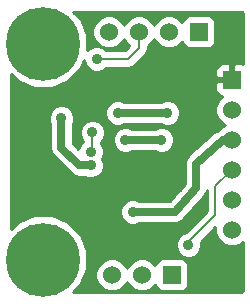
<source format=gbl>
G04 (created by PCBNEW-RS274X (2011-05-25)-stable) date Fri 14 Sep 2012 10:37:43 PM EDT*
G01*
G70*
G90*
%MOIN*%
G04 Gerber Fmt 3.4, Leading zero omitted, Abs format*
%FSLAX34Y34*%
G04 APERTURE LIST*
%ADD10C,0.006000*%
%ADD11C,0.246100*%
%ADD12R,0.060000X0.060000*%
%ADD13C,0.060000*%
%ADD14C,0.035000*%
%ADD15C,0.025000*%
%ADD16C,0.008000*%
%ADD17C,0.010000*%
G04 APERTURE END LIST*
G54D10*
G54D11*
X59900Y-36500D03*
X59900Y-43700D03*
G54D12*
X64200Y-44200D03*
G54D13*
X63200Y-44200D03*
X62200Y-44200D03*
G54D12*
X65100Y-36100D03*
G54D13*
X64100Y-36100D03*
X63100Y-36100D03*
X62100Y-36100D03*
G54D12*
X66200Y-37700D03*
G54D13*
X66200Y-38700D03*
X66200Y-39700D03*
X66200Y-40700D03*
X66200Y-41700D03*
X66200Y-42700D03*
G54D14*
X63850Y-39700D03*
X62650Y-39700D03*
X60520Y-38980D03*
X61500Y-40550D03*
X64050Y-38800D03*
X62400Y-38800D03*
X61500Y-40100D03*
X61550Y-39450D03*
X61700Y-37000D03*
X64750Y-43200D03*
X62900Y-42100D03*
X64050Y-37000D03*
X59700Y-40700D03*
X59450Y-39300D03*
X66000Y-43650D03*
X62700Y-40300D03*
X64400Y-41300D03*
X61500Y-42200D03*
G54D15*
X62650Y-39700D02*
X63850Y-39700D01*
X60520Y-38980D02*
X60520Y-39970D01*
X60520Y-39970D02*
X61100Y-40550D01*
X61100Y-40550D02*
X61500Y-40550D01*
X61500Y-40550D02*
X61100Y-40550D01*
X62400Y-38800D02*
X64050Y-38800D01*
G54D16*
X61550Y-40050D02*
X61550Y-39450D01*
X61500Y-40100D02*
X61550Y-40050D01*
X63100Y-36650D02*
X63100Y-36100D01*
X61700Y-37000D02*
X62750Y-37000D01*
X62750Y-37000D02*
X63100Y-36650D01*
X64750Y-43200D02*
X64750Y-43100D01*
X65650Y-41250D02*
X66200Y-40700D01*
X65650Y-42200D02*
X65650Y-41250D01*
X64750Y-43100D02*
X65650Y-42200D01*
G54D15*
X66200Y-39700D02*
X65900Y-39700D01*
X62900Y-42100D02*
X64300Y-42100D01*
X65000Y-41300D02*
X64300Y-42100D01*
X65000Y-40500D02*
X65000Y-41300D01*
X65900Y-39700D02*
X65000Y-40500D01*
G54D10*
G36*
X66575Y-44668D02*
X66563Y-44727D01*
X66549Y-44748D01*
X66526Y-44763D01*
X66467Y-44775D01*
X64749Y-44775D01*
X64749Y-44550D01*
X64749Y-44451D01*
X64749Y-43851D01*
X64711Y-43759D01*
X64641Y-43689D01*
X64550Y-43651D01*
X64451Y-43651D01*
X63851Y-43651D01*
X63759Y-43689D01*
X63689Y-43759D01*
X63651Y-43850D01*
X63651Y-43875D01*
X63511Y-43735D01*
X63309Y-43651D01*
X63091Y-43651D01*
X62889Y-43735D01*
X62735Y-43889D01*
X62700Y-43973D01*
X62665Y-43889D01*
X62511Y-43735D01*
X62309Y-43651D01*
X62091Y-43651D01*
X61975Y-43699D01*
X61975Y-39535D01*
X61975Y-39366D01*
X61911Y-39210D01*
X61791Y-39090D01*
X61635Y-39025D01*
X61466Y-39025D01*
X61310Y-39089D01*
X61190Y-39209D01*
X61125Y-39365D01*
X61125Y-39534D01*
X61189Y-39690D01*
X61249Y-39750D01*
X61140Y-39859D01*
X61080Y-40000D01*
X60895Y-39815D01*
X60895Y-39185D01*
X60945Y-39065D01*
X60945Y-38896D01*
X60881Y-38740D01*
X60761Y-38620D01*
X60605Y-38555D01*
X60436Y-38555D01*
X60280Y-38619D01*
X60160Y-38739D01*
X60095Y-38895D01*
X60095Y-39064D01*
X60145Y-39185D01*
X60145Y-39970D01*
X60174Y-40114D01*
X60255Y-40235D01*
X60835Y-40815D01*
X60956Y-40896D01*
X60957Y-40896D01*
X61100Y-40925D01*
X61295Y-40925D01*
X61415Y-40975D01*
X61584Y-40975D01*
X61740Y-40911D01*
X61860Y-40791D01*
X61925Y-40635D01*
X61925Y-40466D01*
X61866Y-40324D01*
X61925Y-40185D01*
X61925Y-40016D01*
X61861Y-39860D01*
X61840Y-39839D01*
X61840Y-39761D01*
X61910Y-39691D01*
X61975Y-39535D01*
X61975Y-43699D01*
X61889Y-43735D01*
X61735Y-43889D01*
X61651Y-44091D01*
X61651Y-44309D01*
X61735Y-44511D01*
X61889Y-44665D01*
X62091Y-44749D01*
X62309Y-44749D01*
X62511Y-44665D01*
X62665Y-44511D01*
X62700Y-44426D01*
X62735Y-44511D01*
X62889Y-44665D01*
X63091Y-44749D01*
X63309Y-44749D01*
X63511Y-44665D01*
X63651Y-44525D01*
X63651Y-44549D01*
X63689Y-44641D01*
X63759Y-44711D01*
X63850Y-44749D01*
X63949Y-44749D01*
X64549Y-44749D01*
X64641Y-44711D01*
X64711Y-44641D01*
X64749Y-44550D01*
X64749Y-44775D01*
X60916Y-44775D01*
X61153Y-44539D01*
X61379Y-43995D01*
X61379Y-43407D01*
X61154Y-42863D01*
X60739Y-42447D01*
X60195Y-42221D01*
X59607Y-42221D01*
X59063Y-42446D01*
X58825Y-42683D01*
X58825Y-37516D01*
X59061Y-37753D01*
X59605Y-37979D01*
X60193Y-37979D01*
X60737Y-37754D01*
X61153Y-37339D01*
X61275Y-37045D01*
X61275Y-37084D01*
X61339Y-37240D01*
X61459Y-37360D01*
X61615Y-37425D01*
X61784Y-37425D01*
X61940Y-37361D01*
X62011Y-37290D01*
X62750Y-37290D01*
X62861Y-37268D01*
X62955Y-37205D01*
X63304Y-36856D01*
X63304Y-36855D01*
X63305Y-36855D01*
X63367Y-36762D01*
X63368Y-36761D01*
X63389Y-36651D01*
X63390Y-36650D01*
X63390Y-36573D01*
X63411Y-36565D01*
X63565Y-36411D01*
X63600Y-36326D01*
X63635Y-36411D01*
X63789Y-36565D01*
X63991Y-36649D01*
X64209Y-36649D01*
X64411Y-36565D01*
X64551Y-36425D01*
X64551Y-36449D01*
X64589Y-36541D01*
X64659Y-36611D01*
X64750Y-36649D01*
X64849Y-36649D01*
X65449Y-36649D01*
X65541Y-36611D01*
X65611Y-36541D01*
X65649Y-36450D01*
X65649Y-36351D01*
X65649Y-35751D01*
X65611Y-35659D01*
X65541Y-35589D01*
X65450Y-35551D01*
X65351Y-35551D01*
X64751Y-35551D01*
X64659Y-35589D01*
X64589Y-35659D01*
X64551Y-35750D01*
X64551Y-35775D01*
X64411Y-35635D01*
X64209Y-35551D01*
X63991Y-35551D01*
X63789Y-35635D01*
X63635Y-35789D01*
X63600Y-35873D01*
X63565Y-35789D01*
X63411Y-35635D01*
X63209Y-35551D01*
X62991Y-35551D01*
X62789Y-35635D01*
X62635Y-35789D01*
X62600Y-35873D01*
X62565Y-35789D01*
X62411Y-35635D01*
X62209Y-35551D01*
X61991Y-35551D01*
X61789Y-35635D01*
X61635Y-35789D01*
X61551Y-35991D01*
X61551Y-36209D01*
X61635Y-36411D01*
X61789Y-36565D01*
X61991Y-36649D01*
X62209Y-36649D01*
X62411Y-36565D01*
X62565Y-36411D01*
X62600Y-36326D01*
X62635Y-36411D01*
X62782Y-36558D01*
X62630Y-36710D01*
X62011Y-36710D01*
X61941Y-36640D01*
X61785Y-36575D01*
X61616Y-36575D01*
X61460Y-36639D01*
X61379Y-36720D01*
X61379Y-36207D01*
X61154Y-35663D01*
X60916Y-35425D01*
X66467Y-35425D01*
X66526Y-35436D01*
X66549Y-35451D01*
X66563Y-35472D01*
X66575Y-35531D01*
X66575Y-37161D01*
X66550Y-37151D01*
X66451Y-37151D01*
X66312Y-37150D01*
X66250Y-37212D01*
X66250Y-37600D01*
X66250Y-37650D01*
X66250Y-37750D01*
X66150Y-37750D01*
X66150Y-37650D01*
X66150Y-37212D01*
X66088Y-37150D01*
X65949Y-37151D01*
X65850Y-37151D01*
X65759Y-37189D01*
X65689Y-37259D01*
X65651Y-37351D01*
X65650Y-37588D01*
X65712Y-37650D01*
X66150Y-37650D01*
X66150Y-37750D01*
X66100Y-37750D01*
X65712Y-37750D01*
X65650Y-37812D01*
X65651Y-38049D01*
X65689Y-38141D01*
X65759Y-38211D01*
X65850Y-38249D01*
X65875Y-38249D01*
X65735Y-38389D01*
X65651Y-38591D01*
X65651Y-38809D01*
X65735Y-39011D01*
X65889Y-39165D01*
X65973Y-39200D01*
X65889Y-39235D01*
X65778Y-39346D01*
X65768Y-39351D01*
X65756Y-39354D01*
X65700Y-39391D01*
X65651Y-39420D01*
X64751Y-40220D01*
X64744Y-40228D01*
X64735Y-40235D01*
X64696Y-40292D01*
X64663Y-40337D01*
X64660Y-40346D01*
X64654Y-40356D01*
X64640Y-40421D01*
X64626Y-40478D01*
X64627Y-40488D01*
X64625Y-40500D01*
X64625Y-41159D01*
X64475Y-41330D01*
X64475Y-38885D01*
X64475Y-38716D01*
X64411Y-38560D01*
X64291Y-38440D01*
X64135Y-38375D01*
X63966Y-38375D01*
X63844Y-38425D01*
X62605Y-38425D01*
X62485Y-38375D01*
X62316Y-38375D01*
X62160Y-38439D01*
X62040Y-38559D01*
X61975Y-38715D01*
X61975Y-38884D01*
X62039Y-39040D01*
X62159Y-39160D01*
X62315Y-39225D01*
X62484Y-39225D01*
X62605Y-39175D01*
X63845Y-39175D01*
X63965Y-39225D01*
X64134Y-39225D01*
X64290Y-39161D01*
X64410Y-39041D01*
X64475Y-38885D01*
X64475Y-41330D01*
X64275Y-41559D01*
X64275Y-39785D01*
X64275Y-39616D01*
X64211Y-39460D01*
X64091Y-39340D01*
X63935Y-39275D01*
X63766Y-39275D01*
X63644Y-39325D01*
X62855Y-39325D01*
X62735Y-39275D01*
X62566Y-39275D01*
X62410Y-39339D01*
X62290Y-39459D01*
X62225Y-39615D01*
X62225Y-39784D01*
X62289Y-39940D01*
X62409Y-40060D01*
X62565Y-40125D01*
X62734Y-40125D01*
X62855Y-40075D01*
X63645Y-40075D01*
X63765Y-40125D01*
X63934Y-40125D01*
X64090Y-40061D01*
X64210Y-39941D01*
X64275Y-39785D01*
X64275Y-41559D01*
X64130Y-41725D01*
X63105Y-41725D01*
X62985Y-41675D01*
X62816Y-41675D01*
X62660Y-41739D01*
X62540Y-41859D01*
X62475Y-42015D01*
X62475Y-42184D01*
X62539Y-42340D01*
X62659Y-42460D01*
X62815Y-42525D01*
X62984Y-42525D01*
X63105Y-42475D01*
X64300Y-42475D01*
X64312Y-42472D01*
X64325Y-42474D01*
X64382Y-42458D01*
X64444Y-42446D01*
X64454Y-42438D01*
X64465Y-42436D01*
X64509Y-42402D01*
X64565Y-42365D01*
X64571Y-42354D01*
X64582Y-42347D01*
X65265Y-41565D01*
X65282Y-41547D01*
X65312Y-41494D01*
X65346Y-41444D01*
X65348Y-41431D01*
X65355Y-41420D01*
X65360Y-41381D01*
X65360Y-42079D01*
X64664Y-42775D01*
X64510Y-42839D01*
X64390Y-42959D01*
X64325Y-43115D01*
X64325Y-43284D01*
X64389Y-43440D01*
X64509Y-43560D01*
X64665Y-43625D01*
X64834Y-43625D01*
X64990Y-43561D01*
X65110Y-43441D01*
X65175Y-43285D01*
X65175Y-43116D01*
X65166Y-43094D01*
X65651Y-42609D01*
X65651Y-42809D01*
X65735Y-43011D01*
X65889Y-43165D01*
X66091Y-43249D01*
X66309Y-43249D01*
X66511Y-43165D01*
X66575Y-43101D01*
X66575Y-44668D01*
X66575Y-44668D01*
G37*
G54D17*
X66575Y-44668D02*
X66563Y-44727D01*
X66549Y-44748D01*
X66526Y-44763D01*
X66467Y-44775D01*
X64749Y-44775D01*
X64749Y-44550D01*
X64749Y-44451D01*
X64749Y-43851D01*
X64711Y-43759D01*
X64641Y-43689D01*
X64550Y-43651D01*
X64451Y-43651D01*
X63851Y-43651D01*
X63759Y-43689D01*
X63689Y-43759D01*
X63651Y-43850D01*
X63651Y-43875D01*
X63511Y-43735D01*
X63309Y-43651D01*
X63091Y-43651D01*
X62889Y-43735D01*
X62735Y-43889D01*
X62700Y-43973D01*
X62665Y-43889D01*
X62511Y-43735D01*
X62309Y-43651D01*
X62091Y-43651D01*
X61975Y-43699D01*
X61975Y-39535D01*
X61975Y-39366D01*
X61911Y-39210D01*
X61791Y-39090D01*
X61635Y-39025D01*
X61466Y-39025D01*
X61310Y-39089D01*
X61190Y-39209D01*
X61125Y-39365D01*
X61125Y-39534D01*
X61189Y-39690D01*
X61249Y-39750D01*
X61140Y-39859D01*
X61080Y-40000D01*
X60895Y-39815D01*
X60895Y-39185D01*
X60945Y-39065D01*
X60945Y-38896D01*
X60881Y-38740D01*
X60761Y-38620D01*
X60605Y-38555D01*
X60436Y-38555D01*
X60280Y-38619D01*
X60160Y-38739D01*
X60095Y-38895D01*
X60095Y-39064D01*
X60145Y-39185D01*
X60145Y-39970D01*
X60174Y-40114D01*
X60255Y-40235D01*
X60835Y-40815D01*
X60956Y-40896D01*
X60957Y-40896D01*
X61100Y-40925D01*
X61295Y-40925D01*
X61415Y-40975D01*
X61584Y-40975D01*
X61740Y-40911D01*
X61860Y-40791D01*
X61925Y-40635D01*
X61925Y-40466D01*
X61866Y-40324D01*
X61925Y-40185D01*
X61925Y-40016D01*
X61861Y-39860D01*
X61840Y-39839D01*
X61840Y-39761D01*
X61910Y-39691D01*
X61975Y-39535D01*
X61975Y-43699D01*
X61889Y-43735D01*
X61735Y-43889D01*
X61651Y-44091D01*
X61651Y-44309D01*
X61735Y-44511D01*
X61889Y-44665D01*
X62091Y-44749D01*
X62309Y-44749D01*
X62511Y-44665D01*
X62665Y-44511D01*
X62700Y-44426D01*
X62735Y-44511D01*
X62889Y-44665D01*
X63091Y-44749D01*
X63309Y-44749D01*
X63511Y-44665D01*
X63651Y-44525D01*
X63651Y-44549D01*
X63689Y-44641D01*
X63759Y-44711D01*
X63850Y-44749D01*
X63949Y-44749D01*
X64549Y-44749D01*
X64641Y-44711D01*
X64711Y-44641D01*
X64749Y-44550D01*
X64749Y-44775D01*
X60916Y-44775D01*
X61153Y-44539D01*
X61379Y-43995D01*
X61379Y-43407D01*
X61154Y-42863D01*
X60739Y-42447D01*
X60195Y-42221D01*
X59607Y-42221D01*
X59063Y-42446D01*
X58825Y-42683D01*
X58825Y-37516D01*
X59061Y-37753D01*
X59605Y-37979D01*
X60193Y-37979D01*
X60737Y-37754D01*
X61153Y-37339D01*
X61275Y-37045D01*
X61275Y-37084D01*
X61339Y-37240D01*
X61459Y-37360D01*
X61615Y-37425D01*
X61784Y-37425D01*
X61940Y-37361D01*
X62011Y-37290D01*
X62750Y-37290D01*
X62861Y-37268D01*
X62955Y-37205D01*
X63304Y-36856D01*
X63304Y-36855D01*
X63305Y-36855D01*
X63367Y-36762D01*
X63368Y-36761D01*
X63389Y-36651D01*
X63390Y-36650D01*
X63390Y-36573D01*
X63411Y-36565D01*
X63565Y-36411D01*
X63600Y-36326D01*
X63635Y-36411D01*
X63789Y-36565D01*
X63991Y-36649D01*
X64209Y-36649D01*
X64411Y-36565D01*
X64551Y-36425D01*
X64551Y-36449D01*
X64589Y-36541D01*
X64659Y-36611D01*
X64750Y-36649D01*
X64849Y-36649D01*
X65449Y-36649D01*
X65541Y-36611D01*
X65611Y-36541D01*
X65649Y-36450D01*
X65649Y-36351D01*
X65649Y-35751D01*
X65611Y-35659D01*
X65541Y-35589D01*
X65450Y-35551D01*
X65351Y-35551D01*
X64751Y-35551D01*
X64659Y-35589D01*
X64589Y-35659D01*
X64551Y-35750D01*
X64551Y-35775D01*
X64411Y-35635D01*
X64209Y-35551D01*
X63991Y-35551D01*
X63789Y-35635D01*
X63635Y-35789D01*
X63600Y-35873D01*
X63565Y-35789D01*
X63411Y-35635D01*
X63209Y-35551D01*
X62991Y-35551D01*
X62789Y-35635D01*
X62635Y-35789D01*
X62600Y-35873D01*
X62565Y-35789D01*
X62411Y-35635D01*
X62209Y-35551D01*
X61991Y-35551D01*
X61789Y-35635D01*
X61635Y-35789D01*
X61551Y-35991D01*
X61551Y-36209D01*
X61635Y-36411D01*
X61789Y-36565D01*
X61991Y-36649D01*
X62209Y-36649D01*
X62411Y-36565D01*
X62565Y-36411D01*
X62600Y-36326D01*
X62635Y-36411D01*
X62782Y-36558D01*
X62630Y-36710D01*
X62011Y-36710D01*
X61941Y-36640D01*
X61785Y-36575D01*
X61616Y-36575D01*
X61460Y-36639D01*
X61379Y-36720D01*
X61379Y-36207D01*
X61154Y-35663D01*
X60916Y-35425D01*
X66467Y-35425D01*
X66526Y-35436D01*
X66549Y-35451D01*
X66563Y-35472D01*
X66575Y-35531D01*
X66575Y-37161D01*
X66550Y-37151D01*
X66451Y-37151D01*
X66312Y-37150D01*
X66250Y-37212D01*
X66250Y-37600D01*
X66250Y-37650D01*
X66250Y-37750D01*
X66150Y-37750D01*
X66150Y-37650D01*
X66150Y-37212D01*
X66088Y-37150D01*
X65949Y-37151D01*
X65850Y-37151D01*
X65759Y-37189D01*
X65689Y-37259D01*
X65651Y-37351D01*
X65650Y-37588D01*
X65712Y-37650D01*
X66150Y-37650D01*
X66150Y-37750D01*
X66100Y-37750D01*
X65712Y-37750D01*
X65650Y-37812D01*
X65651Y-38049D01*
X65689Y-38141D01*
X65759Y-38211D01*
X65850Y-38249D01*
X65875Y-38249D01*
X65735Y-38389D01*
X65651Y-38591D01*
X65651Y-38809D01*
X65735Y-39011D01*
X65889Y-39165D01*
X65973Y-39200D01*
X65889Y-39235D01*
X65778Y-39346D01*
X65768Y-39351D01*
X65756Y-39354D01*
X65700Y-39391D01*
X65651Y-39420D01*
X64751Y-40220D01*
X64744Y-40228D01*
X64735Y-40235D01*
X64696Y-40292D01*
X64663Y-40337D01*
X64660Y-40346D01*
X64654Y-40356D01*
X64640Y-40421D01*
X64626Y-40478D01*
X64627Y-40488D01*
X64625Y-40500D01*
X64625Y-41159D01*
X64475Y-41330D01*
X64475Y-38885D01*
X64475Y-38716D01*
X64411Y-38560D01*
X64291Y-38440D01*
X64135Y-38375D01*
X63966Y-38375D01*
X63844Y-38425D01*
X62605Y-38425D01*
X62485Y-38375D01*
X62316Y-38375D01*
X62160Y-38439D01*
X62040Y-38559D01*
X61975Y-38715D01*
X61975Y-38884D01*
X62039Y-39040D01*
X62159Y-39160D01*
X62315Y-39225D01*
X62484Y-39225D01*
X62605Y-39175D01*
X63845Y-39175D01*
X63965Y-39225D01*
X64134Y-39225D01*
X64290Y-39161D01*
X64410Y-39041D01*
X64475Y-38885D01*
X64475Y-41330D01*
X64275Y-41559D01*
X64275Y-39785D01*
X64275Y-39616D01*
X64211Y-39460D01*
X64091Y-39340D01*
X63935Y-39275D01*
X63766Y-39275D01*
X63644Y-39325D01*
X62855Y-39325D01*
X62735Y-39275D01*
X62566Y-39275D01*
X62410Y-39339D01*
X62290Y-39459D01*
X62225Y-39615D01*
X62225Y-39784D01*
X62289Y-39940D01*
X62409Y-40060D01*
X62565Y-40125D01*
X62734Y-40125D01*
X62855Y-40075D01*
X63645Y-40075D01*
X63765Y-40125D01*
X63934Y-40125D01*
X64090Y-40061D01*
X64210Y-39941D01*
X64275Y-39785D01*
X64275Y-41559D01*
X64130Y-41725D01*
X63105Y-41725D01*
X62985Y-41675D01*
X62816Y-41675D01*
X62660Y-41739D01*
X62540Y-41859D01*
X62475Y-42015D01*
X62475Y-42184D01*
X62539Y-42340D01*
X62659Y-42460D01*
X62815Y-42525D01*
X62984Y-42525D01*
X63105Y-42475D01*
X64300Y-42475D01*
X64312Y-42472D01*
X64325Y-42474D01*
X64382Y-42458D01*
X64444Y-42446D01*
X64454Y-42438D01*
X64465Y-42436D01*
X64509Y-42402D01*
X64565Y-42365D01*
X64571Y-42354D01*
X64582Y-42347D01*
X65265Y-41565D01*
X65282Y-41547D01*
X65312Y-41494D01*
X65346Y-41444D01*
X65348Y-41431D01*
X65355Y-41420D01*
X65360Y-41381D01*
X65360Y-42079D01*
X64664Y-42775D01*
X64510Y-42839D01*
X64390Y-42959D01*
X64325Y-43115D01*
X64325Y-43284D01*
X64389Y-43440D01*
X64509Y-43560D01*
X64665Y-43625D01*
X64834Y-43625D01*
X64990Y-43561D01*
X65110Y-43441D01*
X65175Y-43285D01*
X65175Y-43116D01*
X65166Y-43094D01*
X65651Y-42609D01*
X65651Y-42809D01*
X65735Y-43011D01*
X65889Y-43165D01*
X66091Y-43249D01*
X66309Y-43249D01*
X66511Y-43165D01*
X66575Y-43101D01*
X66575Y-44668D01*
M02*

</source>
